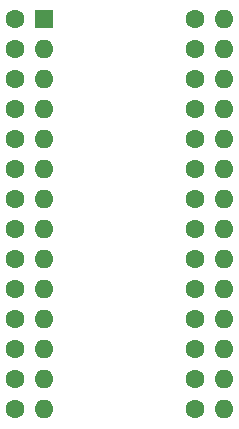
<source format=gbs>
G04 #@! TF.GenerationSoftware,KiCad,Pcbnew,(5.1.8)-1*
G04 #@! TF.CreationDate,2021-02-05T23:49:50-08:00*
G04 #@! TF.ProjectId,ROM_Emulator,524f4d5f-456d-4756-9c61-746f722e6b69,rev?*
G04 #@! TF.SameCoordinates,Original*
G04 #@! TF.FileFunction,Soldermask,Bot*
G04 #@! TF.FilePolarity,Negative*
%FSLAX46Y46*%
G04 Gerber Fmt 4.6, Leading zero omitted, Abs format (unit mm)*
G04 Created by KiCad (PCBNEW (5.1.8)-1) date 2021-02-05 23:49:50*
%MOMM*%
%LPD*%
G01*
G04 APERTURE LIST*
%ADD10C,1.600000*%
%ADD11O,1.600000X1.600000*%
%ADD12R,1.600000X1.600000*%
G04 APERTURE END LIST*
D10*
X179806600Y-116967000D03*
X164566600Y-116967000D03*
X179806600Y-114427000D03*
X179806600Y-111887000D03*
X179806600Y-109347000D03*
X179806600Y-106807000D03*
X179806600Y-104267000D03*
X179806600Y-101727000D03*
X179806600Y-99187000D03*
X179806600Y-96647000D03*
X179806600Y-94107000D03*
X179806600Y-91567000D03*
X179806600Y-89027000D03*
X179806600Y-86487000D03*
X179806600Y-83947000D03*
X164566600Y-114427000D03*
X164566600Y-111887000D03*
X164566600Y-109347000D03*
X164566600Y-106807000D03*
X164566600Y-104267000D03*
X164566600Y-101727000D03*
X164566600Y-99187000D03*
X164566600Y-96647000D03*
X164566600Y-94107000D03*
X164566600Y-91567000D03*
X164566600Y-89027000D03*
X164566600Y-86487000D03*
X164566600Y-83947000D03*
D11*
X182270400Y-83947000D03*
X167030400Y-116967000D03*
X182270400Y-86487000D03*
X167030400Y-114427000D03*
X182270400Y-89027000D03*
X167030400Y-111887000D03*
X182270400Y-91567000D03*
X167030400Y-109347000D03*
X182270400Y-94107000D03*
X167030400Y-106807000D03*
X182270400Y-96647000D03*
X167030400Y-104267000D03*
X182270400Y-99187000D03*
X167030400Y-101727000D03*
X182270400Y-101727000D03*
X167030400Y-99187000D03*
X182270400Y-104267000D03*
X167030400Y-96647000D03*
X182270400Y-106807000D03*
X167030400Y-94107000D03*
X182270400Y-109347000D03*
X167030400Y-91567000D03*
X182270400Y-111887000D03*
X167030400Y-89027000D03*
X182270400Y-114427000D03*
X167030400Y-86487000D03*
X182270400Y-116967000D03*
D12*
X167030400Y-83947000D03*
M02*

</source>
